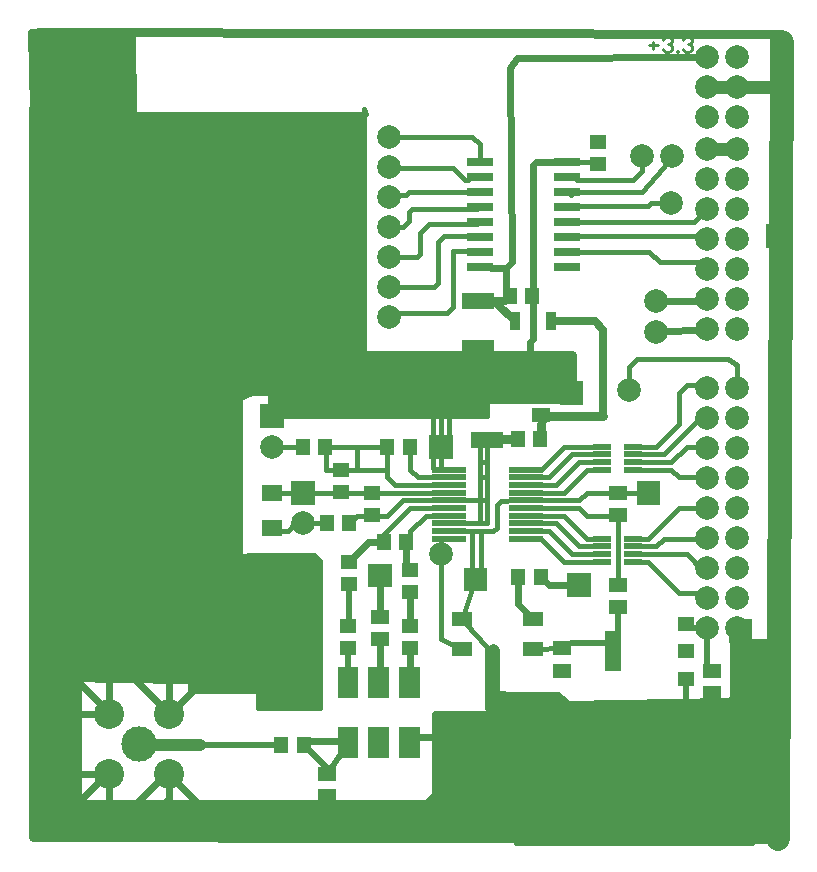
<source format=gbr>
%FSLAX34Y34*%
%MOMM*%
%LNCOPPER_TOP*%
G71*
G01*
%ADD10R, 3.00X0.50*%
%ADD11R, 1.50X0.50*%
%ADD12C, 0.40*%
%ADD13R, 1.60X1.30*%
%ADD14C, 2.00*%
%ADD15R, 1.30X1.40*%
%ADD16R, 1.40X1.30*%
%ADD17R, 1.80X1.38*%
%ADD18R, 2.79X1.38*%
%ADD19C, 0.80*%
%ADD20C, 3.00*%
%ADD21C, 2.54*%
%ADD22C, 1.00*%
%ADD23C, 0.60*%
%ADD24C, 0.22*%
%ADD25R, 1.80X1.20*%
%ADD26C, 0.10*%
%ADD27C, 0.50*%
%ADD28R, 2.20X0.70*%
%ADD29C, 1.10*%
%ADD30C, 0.15*%
%ADD31C, 0.70*%
%ADD32R, 0.87X1.60*%
%ADD33C, 2.00*%
%ADD34R, 1.38X2.79*%
%ADD35R, 1.40X1.20*%
%ADD36R, 1.40X3.50*%
%LPD*%
X354000Y624500D02*
G54D10*
D03*
X354000Y618000D02*
G54D10*
D03*
X354000Y611500D02*
G54D10*
D03*
X354000Y605000D02*
G54D10*
D03*
X354000Y598500D02*
G54D10*
D03*
X354000Y592000D02*
G54D10*
D03*
X354000Y585500D02*
G54D10*
D03*
X354000Y579000D02*
G54D10*
D03*
X354000Y572500D02*
G54D10*
D03*
X354000Y566000D02*
G54D10*
D03*
X419000Y624500D02*
G54D10*
D03*
X419000Y618000D02*
G54D10*
D03*
X419000Y611500D02*
G54D10*
D03*
X419000Y605000D02*
G54D10*
D03*
X419000Y592000D02*
G54D10*
D03*
X419000Y598500D02*
G54D10*
D03*
X419000Y585500D02*
G54D10*
D03*
X419000Y579000D02*
G54D10*
D03*
X419000Y572500D02*
G54D10*
D03*
X419000Y566000D02*
G54D10*
D03*
X484000Y644000D02*
G54D11*
D03*
X484000Y637500D02*
G54D11*
D03*
X484000Y631000D02*
G54D11*
D03*
X484000Y624500D02*
G54D11*
D03*
X510000Y624500D02*
G54D11*
D03*
X510000Y631000D02*
G54D11*
D03*
X510000Y637500D02*
G54D11*
D03*
X510000Y644000D02*
G54D11*
D03*
G54D12*
X432000Y605000D02*
X451500Y605000D01*
X471000Y624500D01*
X477500Y624500D01*
G54D12*
X432000Y611500D02*
X445000Y611500D01*
X464500Y631000D01*
X477500Y631000D01*
G54D12*
X432000Y618000D02*
X438500Y618000D01*
X458000Y637500D01*
X477500Y637500D01*
G54D12*
X425500Y624500D02*
X432000Y624500D01*
X451500Y644000D01*
X477500Y644000D01*
X484000Y546500D02*
G54D11*
D03*
X484000Y553000D02*
G54D11*
D03*
X484000Y559500D02*
G54D11*
D03*
X484000Y566000D02*
G54D11*
D03*
X510000Y566000D02*
G54D11*
D03*
X510000Y559500D02*
G54D11*
D03*
X510000Y553000D02*
G54D11*
D03*
X510000Y546500D02*
G54D11*
D03*
G54D12*
X432000Y585500D02*
X451500Y585500D01*
X471000Y566000D01*
X477500Y566000D01*
G54D12*
X432000Y579000D02*
X445000Y579000D01*
X464500Y559500D01*
X477500Y559500D01*
G54D12*
X432000Y572500D02*
X438500Y572500D01*
X458000Y553000D01*
X477500Y553000D01*
G54D12*
X425500Y566000D02*
X432000Y566000D01*
X451500Y546500D01*
X477500Y546500D01*
X497000Y605000D02*
G54D13*
D03*
X497000Y586000D02*
G54D13*
D03*
G54D12*
X432000Y598500D02*
X464500Y598500D01*
X471000Y605000D01*
X490500Y605000D01*
G54D12*
X432000Y592000D02*
X464500Y592000D01*
X471000Y585500D01*
X497000Y585500D01*
X497000Y527000D02*
G54D13*
D03*
X497000Y508000D02*
G54D13*
D03*
G54D12*
X497000Y585500D02*
X497000Y527000D01*
G54D12*
X516500Y605000D02*
X497000Y605000D01*
G36*
X513000Y615000D02*
X533000Y615000D01*
X533000Y595000D01*
X513000Y595000D01*
X513000Y615000D01*
G37*
X598350Y693950D02*
G54D14*
D03*
X572950Y693950D02*
G54D14*
D03*
X598350Y668550D02*
G54D14*
D03*
X572950Y668550D02*
G54D14*
D03*
X598350Y643150D02*
G54D14*
D03*
X572950Y643150D02*
G54D14*
D03*
X598350Y617750D02*
G54D14*
D03*
X572950Y617750D02*
G54D14*
D03*
X598350Y592350D02*
G54D14*
D03*
X572950Y592350D02*
G54D14*
D03*
X598350Y566950D02*
G54D14*
D03*
X572950Y566950D02*
G54D14*
D03*
X598350Y541450D02*
G54D14*
D03*
X572950Y541450D02*
G54D14*
D03*
X598350Y516050D02*
G54D14*
D03*
X572950Y516050D02*
G54D14*
D03*
X598350Y490650D02*
G54D14*
D03*
X572950Y490650D02*
G54D14*
D03*
G54D12*
X510000Y624500D02*
X542500Y624500D01*
X549000Y618000D01*
X575000Y618000D01*
G54D12*
X510000Y631000D02*
X542500Y631000D01*
X555500Y644000D01*
X575000Y644000D01*
G54D12*
X516500Y637500D02*
X536000Y637500D01*
X562000Y663500D01*
X568500Y670000D01*
G54D12*
X516500Y644000D02*
X529500Y644000D01*
X549000Y663500D01*
X549000Y689500D01*
X555500Y696000D01*
X575000Y696000D01*
G54D12*
X516500Y566000D02*
X523000Y566000D01*
X549000Y592000D01*
X568500Y592000D01*
G54D12*
X516500Y559500D02*
X529500Y559500D01*
X536000Y566000D01*
X568500Y566000D01*
G54D12*
X516500Y553000D02*
X555500Y553000D01*
X568500Y540000D01*
X576500Y454500D02*
G54D13*
D03*
X576500Y435500D02*
G54D13*
D03*
X450000Y454500D02*
G54D13*
D03*
X450000Y473500D02*
G54D13*
D03*
G36*
X454500Y537000D02*
X474500Y537000D01*
X474500Y517000D01*
X454500Y517000D01*
X454500Y537000D01*
G37*
G36*
X337500Y654000D02*
X357500Y654000D01*
X357500Y634000D01*
X337500Y634000D01*
X337500Y654000D01*
G37*
G54D12*
X347500Y624500D02*
X347500Y644000D01*
X302000Y644000D02*
G54D15*
D03*
X321000Y644000D02*
G54D15*
D03*
G54D12*
X321500Y637500D02*
X321500Y624500D01*
X328000Y618000D01*
X341000Y618000D01*
G54D12*
X341000Y611500D02*
X308500Y611500D01*
X302000Y618000D01*
X302000Y644000D01*
X263000Y624500D02*
G54D16*
D03*
X263000Y605500D02*
G54D16*
D03*
G54D12*
X269500Y605000D02*
X341000Y605000D01*
G54D12*
X302000Y624500D02*
X276000Y624500D01*
G36*
X220500Y615000D02*
X240500Y615000D01*
X240500Y595000D01*
X220500Y595000D01*
X220500Y615000D01*
G37*
G54D12*
X237000Y605000D02*
X269500Y605000D01*
X230500Y644000D02*
G54D15*
D03*
X249500Y644000D02*
G54D15*
D03*
G54D12*
X250000Y644000D02*
X302000Y644000D01*
G54D12*
X276000Y624500D02*
X250000Y624500D01*
X250000Y644000D01*
G54D12*
X276000Y624500D02*
X276000Y644000D01*
X321500Y540000D02*
G54D16*
D03*
X321500Y521000D02*
G54D16*
D03*
X269500Y546500D02*
G54D16*
D03*
X269500Y527500D02*
G54D16*
D03*
G54D12*
X321500Y566000D02*
X321500Y572500D01*
X334500Y585500D01*
X341000Y585500D01*
X289000Y605000D02*
G54D16*
D03*
X289000Y586000D02*
G54D16*
D03*
G54D12*
X289000Y585500D02*
X302000Y585500D01*
X315000Y598500D01*
X341000Y598500D01*
G54D12*
X360500Y579000D02*
X380000Y579000D01*
X380000Y598500D01*
X367000Y598500D01*
G54D12*
X341000Y592000D02*
X321500Y592000D01*
X302000Y572500D01*
X295500Y566000D01*
X295500Y559500D01*
X230500Y579000D02*
G54D14*
D03*
X269500Y579000D02*
G54D15*
D03*
X250500Y579000D02*
G54D15*
D03*
G54D12*
X230500Y579000D02*
X250000Y579000D01*
G54D12*
X269500Y579000D02*
X276000Y585500D01*
X289000Y585500D01*
X204500Y644000D02*
G54D14*
D03*
G36*
X194500Y680000D02*
X214500Y680000D01*
X214500Y660000D01*
X194500Y660000D01*
X194500Y680000D01*
G37*
G54D12*
X204500Y644000D02*
X224000Y644000D01*
X204500Y575000D02*
G54D17*
D03*
X204500Y605000D02*
G54D17*
D03*
G54D12*
X204500Y605000D02*
X230500Y605000D01*
G54D12*
X230500Y579000D02*
X224000Y579000D01*
X217500Y572500D01*
X204500Y572500D01*
X386500Y649600D02*
G54D18*
D03*
X386500Y689500D02*
G54D18*
D03*
G54D12*
X380000Y592000D02*
X380000Y644000D01*
G36*
X337500Y699500D02*
X357500Y699500D01*
X357500Y679500D01*
X337500Y679500D01*
X337500Y699500D01*
G37*
G54D12*
X347500Y689500D02*
X380000Y689500D01*
G54D12*
X204500Y670000D02*
X347500Y670000D01*
X347500Y689500D01*
X204500Y689500D01*
X204500Y670000D01*
G54D12*
X347500Y644000D02*
X347500Y676500D01*
G54D12*
X386500Y683000D02*
X386500Y670000D01*
X347500Y670000D01*
G54D12*
X386500Y676500D02*
X211000Y676500D01*
G54D12*
X204500Y683000D02*
X386500Y683000D01*
G54D12*
X341000Y650500D02*
X341000Y683000D01*
G54D12*
X354000Y644000D02*
X354000Y689500D01*
G54D12*
X360500Y572500D02*
X373500Y572500D01*
X373500Y541250D01*
X412500Y650500D02*
G54D15*
D03*
X431500Y650500D02*
G54D15*
D03*
G54D12*
X393000Y650500D02*
X412500Y650500D01*
G54D12*
X484500Y670000D02*
X438500Y670000D01*
X432000Y663500D01*
X432000Y650500D01*
X432000Y689500D02*
G54D13*
D03*
X432000Y670500D02*
G54D13*
D03*
G54D12*
X393000Y689500D02*
X425500Y689500D01*
X347500Y553000D02*
G54D14*
D03*
G54D12*
X347500Y553000D02*
X347500Y566000D01*
X506500Y692000D02*
G54D14*
D03*
G54D12*
X598350Y693950D02*
X598350Y712950D01*
X590500Y718000D01*
X513000Y718000D01*
X506500Y711500D01*
X506500Y692000D01*
G36*
X448000Y699500D02*
X468000Y699500D01*
X468000Y679500D01*
X448000Y679500D01*
X448000Y699500D01*
G37*
G54D12*
X458000Y689500D02*
X432000Y689500D01*
G54D12*
X458000Y696000D02*
X204500Y696000D01*
X204500Y683000D01*
G54D12*
X458000Y683000D02*
X373500Y683000D01*
G54D12*
X380000Y579000D02*
X386500Y579000D01*
X386500Y644000D01*
G54D12*
X380000Y598500D02*
X386500Y598500D01*
G54D12*
X380000Y618000D02*
X386500Y618000D01*
G54D12*
X380000Y631000D02*
X386500Y631000D01*
G36*
X591000Y498000D02*
X611000Y498000D01*
X611000Y478000D01*
X591000Y478000D01*
X591000Y498000D01*
G37*
G54D19*
X393000Y650500D02*
X406000Y650500D01*
G54D19*
X432000Y650500D02*
X432000Y663500D01*
G54D19*
X432000Y670000D02*
X484500Y670000D01*
G54D19*
X2000Y931000D02*
X2000Y313500D01*
X632500Y311500D01*
X634000Y993000D01*
X6500Y995000D01*
G54D19*
X204500Y670000D02*
X204500Y722000D01*
X458000Y722000D01*
X458000Y689500D01*
G36*
X204500Y670000D02*
X204500Y722000D01*
X451500Y722000D01*
X458000Y715500D01*
X458000Y689500D01*
X458000Y683000D01*
X386500Y683000D01*
X386500Y670000D01*
X204500Y670000D01*
G37*
G54D12*
X204500Y670000D02*
X204500Y722000D01*
X451500Y722000D01*
X458000Y715500D01*
X458000Y689500D01*
X458000Y683000D01*
X386500Y683000D01*
X386500Y670000D01*
X204500Y670000D01*
X91285Y392019D02*
G54D20*
D03*
X116685Y366619D02*
G54D21*
D03*
X116685Y417419D02*
G54D21*
D03*
X65885Y417419D02*
G54D21*
D03*
X65885Y366619D02*
G54D21*
D03*
G54D22*
X92885Y391850D02*
X143685Y391850D01*
X250900Y366900D02*
G54D13*
D03*
X250900Y347900D02*
G54D13*
D03*
X212000Y391500D02*
G54D15*
D03*
X231000Y391500D02*
G54D15*
D03*
X318000Y563000D02*
G54D15*
D03*
X299000Y563000D02*
G54D15*
D03*
G54D23*
X318000Y563000D02*
X318000Y543500D01*
X321500Y540000D01*
G54D23*
X299000Y563000D02*
X286000Y563000D01*
X269500Y546500D01*
G36*
X285500Y545000D02*
X305500Y545000D01*
X305500Y525000D01*
X285500Y525000D01*
X285500Y545000D01*
G37*
G54D23*
X295500Y449000D02*
X295500Y481000D01*
G54D24*
X523500Y983944D02*
X530967Y983944D01*
G54D24*
X527233Y987056D02*
X527233Y980833D01*
G54D24*
X535323Y988611D02*
X536256Y990167D01*
X538123Y990944D01*
X539990Y990944D01*
X541856Y990167D01*
X542790Y988611D01*
X542790Y987056D01*
X541856Y985500D01*
X539990Y984722D01*
X541856Y983944D01*
X542790Y982389D01*
X542790Y980833D01*
X541856Y979278D01*
X539990Y978500D01*
X538123Y978500D01*
X536256Y979278D01*
X535323Y980833D01*
G54D24*
X547893Y978500D02*
X547146Y978500D01*
X547146Y979122D01*
X547893Y979122D01*
X547893Y978500D01*
X547146Y978500D01*
G54D24*
X552249Y988611D02*
X553182Y990167D01*
X555049Y990944D01*
X556916Y990944D01*
X558782Y990167D01*
X559716Y988611D01*
X559716Y987056D01*
X558782Y985500D01*
X556916Y984722D01*
X558782Y983944D01*
X559716Y982389D01*
X559716Y980833D01*
X558782Y979278D01*
X556916Y978500D01*
X555049Y978500D01*
X553182Y979278D01*
X552249Y980833D01*
G54D24*
X471000Y377500D02*
X471000Y389944D01*
X475667Y382167D01*
X480333Y389944D01*
X480333Y377500D01*
G54D24*
X484689Y389944D02*
X484689Y377500D01*
X494022Y377500D01*
X494022Y389944D01*
G54D24*
X489356Y389944D02*
X489356Y377500D01*
G54D24*
X498378Y377500D02*
X500245Y377500D01*
X502111Y379056D01*
X507711Y389944D01*
G54D24*
X498378Y389944D02*
X503045Y382167D01*
G54D24*
X515800Y380611D02*
X515800Y382944D01*
X516734Y383722D01*
X518600Y384500D01*
X519534Y386056D01*
X519534Y387611D01*
X518600Y389167D01*
X516734Y389944D01*
X514867Y389944D01*
X513000Y389167D01*
X512067Y387611D01*
G54D24*
X515800Y377500D02*
X515800Y377500D01*
G54D12*
X516500Y546500D02*
X523000Y546500D01*
X549000Y520500D01*
X568500Y520500D01*
X598350Y896050D02*
G54D14*
D03*
X572950Y896050D02*
G54D14*
D03*
X598350Y870650D02*
G54D14*
D03*
X572950Y870650D02*
G54D14*
D03*
X598350Y845250D02*
G54D14*
D03*
X572950Y845250D02*
G54D14*
D03*
X598350Y819850D02*
G54D14*
D03*
X572950Y819850D02*
G54D14*
D03*
X598350Y794450D02*
G54D14*
D03*
X572950Y794450D02*
G54D14*
D03*
X598350Y768950D02*
G54D14*
D03*
X572950Y768950D02*
G54D14*
D03*
X598350Y743550D02*
G54D14*
D03*
X572950Y743550D02*
G54D14*
D03*
X529500Y741500D02*
G54D14*
D03*
G54D23*
X529500Y741500D02*
X572950Y743550D01*
X529500Y741500D01*
G54D23*
X529500Y767500D02*
X568500Y767500D01*
X572950Y763050D01*
X529500Y767500D02*
G54D14*
D03*
G54D12*
X340425Y625975D02*
X340425Y635500D01*
G54D12*
X373500Y572500D02*
X391725Y572500D01*
X394400Y575175D01*
X394400Y594225D01*
X397575Y597400D01*
G54D12*
X403500Y598000D02*
X398175Y598000D01*
X397575Y597400D01*
G54D24*
X186500Y764111D02*
X193167Y770778D01*
X193167Y753000D01*
G54D24*
X208723Y753000D02*
X198056Y753000D01*
X198056Y754111D01*
X199389Y756333D01*
X207389Y763000D01*
X208723Y765222D01*
X208723Y767444D01*
X207389Y769667D01*
X204723Y770778D01*
X202056Y770778D01*
X199389Y769667D01*
X198056Y767444D01*
G54D24*
X224279Y753000D02*
X213612Y753000D01*
X213612Y754111D01*
X214945Y756333D01*
X222945Y763000D01*
X224279Y765222D01*
X224279Y767444D01*
X222945Y769667D01*
X220279Y770778D01*
X217612Y770778D01*
X214945Y769667D01*
X213612Y767444D01*
G54D24*
X230235Y753000D02*
X229168Y753000D01*
X229168Y753889D01*
X230235Y753889D01*
X230235Y753000D01*
X229168Y753000D01*
G54D24*
X241791Y761889D02*
X239124Y761889D01*
X236457Y763000D01*
X235124Y765222D01*
X235124Y767444D01*
X236457Y769667D01*
X239124Y770778D01*
X241791Y770778D01*
X244457Y769667D01*
X245791Y767444D01*
X245791Y765222D01*
X244457Y763000D01*
X241791Y761889D01*
X244457Y760778D01*
X245791Y758556D01*
X245791Y756333D01*
X244457Y754111D01*
X241791Y753000D01*
X239124Y753000D01*
X236457Y754111D01*
X235124Y756333D01*
X235124Y758556D01*
X236457Y760778D01*
X239124Y761889D01*
G54D24*
X257347Y761889D02*
X254680Y761889D01*
X252013Y763000D01*
X250680Y765222D01*
X250680Y767444D01*
X252013Y769667D01*
X254680Y770778D01*
X257347Y770778D01*
X260013Y769667D01*
X261347Y767444D01*
X261347Y765222D01*
X260013Y763000D01*
X257347Y761889D01*
X260013Y760778D01*
X261347Y758556D01*
X261347Y756333D01*
X260013Y754111D01*
X257347Y753000D01*
X254680Y753000D01*
X252013Y754111D01*
X250680Y756333D01*
X250680Y758556D01*
X252013Y760778D01*
X254680Y761889D01*
X425520Y498002D02*
G54D25*
D03*
X425520Y472602D02*
G54D25*
D03*
X365220Y498002D02*
G54D25*
D03*
X365220Y472602D02*
G54D25*
D03*
G36*
X366500Y541400D02*
X386500Y541400D01*
X386500Y521400D01*
X366500Y521400D01*
X366500Y541400D01*
G37*
G54D12*
X347500Y553000D02*
X347500Y481500D01*
X363969Y472659D01*
G36*
X390105Y435553D02*
X414500Y434500D01*
X446500Y434500D01*
X454500Y427500D01*
X454500Y427000D01*
X589000Y429500D01*
X593500Y430000D01*
X593950Y477950D01*
X601000Y488000D01*
X602500Y330000D01*
X610500Y308500D01*
X410500Y308500D01*
X410500Y400500D01*
X404500Y406500D01*
X390500Y406500D01*
X390500Y412500D01*
X390105Y435553D01*
G37*
G54D12*
X390105Y435553D02*
X414500Y434500D01*
X446500Y434500D01*
X454500Y427500D01*
X454500Y427000D01*
X589000Y429500D01*
X593500Y430000D01*
X593950Y477950D01*
X601000Y488000D01*
X602500Y330000D01*
X610500Y308500D01*
X410500Y308500D01*
X410500Y400500D01*
X404500Y406500D01*
X390500Y406500D01*
X390500Y412500D01*
X390105Y435553D01*
G54D12*
X376500Y531400D02*
X365220Y498002D01*
X374941Y486059D01*
X386500Y474500D01*
X386500Y422500D01*
X394500Y414500D01*
G54D12*
X424268Y472659D02*
X427159Y472659D01*
X450000Y473500D01*
G36*
X260000Y432000D02*
X276500Y432000D01*
X276500Y457500D01*
X260000Y457500D01*
X260000Y432000D01*
G37*
G54D26*
X260000Y432000D02*
X276500Y432000D01*
X276500Y457500D01*
X260000Y457500D01*
X260000Y432000D01*
G36*
X286000Y432000D02*
X302500Y432000D01*
X302500Y457500D01*
X286000Y457500D01*
X286000Y432000D01*
G37*
G54D26*
X286000Y432000D02*
X302500Y432000D01*
X302500Y457500D01*
X286000Y457500D01*
X286000Y432000D01*
G36*
X312000Y432000D02*
X328500Y432000D01*
X328500Y457500D01*
X312000Y457500D01*
X312000Y432000D01*
G37*
G54D26*
X312000Y432000D02*
X328500Y432000D01*
X328500Y457500D01*
X312000Y457500D01*
X312000Y432000D01*
G36*
X260000Y381000D02*
X276500Y381000D01*
X276500Y406500D01*
X260000Y406500D01*
X260000Y381000D01*
G37*
G54D26*
X260000Y381000D02*
X276500Y381000D01*
X276500Y406500D01*
X260000Y406500D01*
X260000Y381000D01*
G36*
X286000Y381000D02*
X302500Y381000D01*
X302500Y406500D01*
X286000Y406500D01*
X286000Y381000D01*
G37*
G54D26*
X286000Y381000D02*
X302500Y381000D01*
X302500Y406500D01*
X286000Y406500D01*
X286000Y381000D01*
G36*
X312000Y381000D02*
X328500Y381000D01*
X328500Y406500D01*
X312000Y406500D01*
X312000Y381000D01*
G37*
G54D26*
X312000Y381000D02*
X328500Y381000D01*
X328500Y406500D01*
X312000Y406500D01*
X312000Y381000D01*
G54D27*
X269500Y527500D02*
X269500Y498000D01*
X270000Y497500D01*
G54D23*
X321500Y445000D02*
X321500Y476000D01*
G54D27*
X264500Y386500D02*
X252000Y368000D01*
X250900Y366900D01*
G54D27*
X143685Y391850D02*
X212000Y391500D01*
X295500Y500000D02*
G54D13*
D03*
X295500Y481000D02*
G54D13*
D03*
X321500Y492500D02*
G54D16*
D03*
X321500Y473500D02*
G54D16*
D03*
G54D23*
X321500Y490000D02*
X321500Y521000D01*
X269000Y492500D02*
G54D16*
D03*
X269000Y473500D02*
G54D16*
D03*
G54D27*
X269000Y473500D02*
X269000Y444000D01*
X269500Y443500D01*
G54D23*
X295500Y535000D02*
X295500Y500000D01*
G54D23*
X267500Y395000D02*
X234500Y395000D01*
X231000Y391500D01*
G54D23*
X65885Y417419D02*
X35081Y417419D01*
X35000Y417500D01*
X380000Y885000D02*
G54D28*
D03*
X380000Y872300D02*
G54D28*
D03*
X380000Y859600D02*
G54D28*
D03*
X380000Y846900D02*
G54D28*
D03*
X380000Y834200D02*
G54D28*
D03*
X380000Y821500D02*
G54D28*
D03*
X380000Y808800D02*
G54D28*
D03*
X380000Y796100D02*
G54D28*
D03*
X454000Y796100D02*
G54D28*
D03*
X454000Y808800D02*
G54D28*
D03*
X454000Y821500D02*
G54D28*
D03*
X454000Y834200D02*
G54D28*
D03*
X454000Y846900D02*
G54D28*
D03*
X454000Y859600D02*
G54D28*
D03*
X454000Y872300D02*
G54D28*
D03*
X454000Y885000D02*
G54D28*
D03*
G54D12*
X454000Y808800D02*
X523700Y808800D01*
X532500Y800000D01*
X567400Y800000D01*
X572950Y794450D01*
G54D12*
X462500Y822500D02*
X570300Y822500D01*
X572950Y819850D01*
G54D12*
X454000Y834200D02*
X561900Y834200D01*
X572950Y845250D01*
G54D23*
X390000Y795000D02*
X402500Y795000D01*
X407500Y800000D01*
X405500Y965000D01*
X412000Y973500D01*
X572950Y973850D01*
G54D23*
X454000Y885000D02*
X427500Y885000D01*
X425000Y882500D01*
X425000Y735000D01*
X422500Y732500D01*
X422500Y725000D01*
X425000Y722500D01*
G54D23*
X402500Y795000D02*
X402500Y780000D01*
X405500Y771500D02*
G54D15*
D03*
X424500Y771500D02*
G54D15*
D03*
X480500Y902000D02*
G54D16*
D03*
X480500Y883000D02*
G54D16*
D03*
G54D12*
X462500Y885000D02*
X478500Y885000D01*
X480500Y883000D01*
G54D12*
X517300Y889800D02*
X517300Y877300D01*
X510000Y870000D01*
X462500Y870000D01*
G54D12*
X542700Y889800D02*
X535200Y880200D01*
X517500Y860000D01*
X460000Y860000D01*
X457500Y857500D01*
X303350Y906050D02*
G54D14*
D03*
X303350Y880650D02*
G54D14*
D03*
X303350Y855250D02*
G54D14*
D03*
X303350Y829850D02*
G54D14*
D03*
X303350Y804450D02*
G54D14*
D03*
X303350Y778950D02*
G54D14*
D03*
X303350Y753550D02*
G54D14*
D03*
X542700Y889800D02*
G54D14*
D03*
X517300Y889800D02*
G54D14*
D03*
G54D26*
X462500Y847500D02*
X522500Y847500D01*
G54D12*
X372500Y810000D02*
X357500Y810000D01*
X357500Y762500D01*
X352500Y757500D01*
X307300Y757500D01*
X303350Y753550D01*
G54D12*
X303350Y778950D02*
X341450Y778950D01*
X345000Y782500D01*
X345000Y817500D01*
X350000Y822500D01*
X379000Y822500D01*
X380000Y821500D01*
G54D12*
X303350Y804450D02*
X326950Y804450D01*
X330000Y807500D01*
X330000Y825000D01*
X337500Y832500D01*
X378300Y832500D01*
X380000Y834200D01*
G54D12*
X303350Y906050D02*
X373950Y906050D01*
X380000Y900000D01*
X380000Y885000D01*
G54D12*
X370000Y870000D02*
X367500Y870000D01*
X357500Y880000D01*
X304000Y880000D01*
X303350Y880650D01*
G54D12*
X375000Y860000D02*
X320000Y860000D01*
X317500Y857500D01*
X305600Y857500D01*
X303350Y855250D01*
G54D12*
X303350Y829850D02*
X314850Y829850D01*
X320000Y835000D01*
X320000Y842500D01*
X322500Y845000D01*
X378100Y845000D01*
X380000Y846900D01*
G36*
X282500Y917500D02*
X282500Y717500D01*
X232500Y717500D01*
X204500Y689500D01*
X187000Y689500D01*
X177500Y685000D01*
X177500Y445000D01*
X30000Y447500D01*
X87500Y923000D01*
X87000Y926000D01*
X283500Y926000D01*
X282500Y930000D01*
X282500Y917500D01*
G37*
G54D12*
X282500Y917500D02*
X282500Y717500D01*
X232500Y717500D01*
X204500Y689500D01*
X187000Y689500D01*
X177500Y685000D01*
X177500Y445000D01*
X30000Y447500D01*
X87500Y923000D01*
X87000Y926000D01*
X283500Y926000D01*
X282500Y930000D01*
X282500Y917500D01*
G36*
X185000Y552500D02*
X240000Y552500D01*
X245000Y547500D01*
X245000Y422500D01*
X192500Y422500D01*
X192500Y437500D01*
X135000Y437500D01*
X135000Y540000D01*
X185000Y552500D01*
G37*
G54D12*
X185000Y552500D02*
X240000Y552500D01*
X245000Y547500D01*
X245000Y422500D01*
X192500Y422500D01*
X192500Y437500D01*
X135000Y437500D01*
X135000Y540000D01*
X185000Y552500D01*
G54D29*
X391500Y472000D02*
X391500Y409000D01*
X387500Y405000D01*
X432000Y534000D02*
G54D15*
D03*
X413000Y534000D02*
G54D15*
D03*
G54D23*
X413000Y534000D02*
X413000Y510522D01*
X425520Y498002D01*
G54D23*
X464500Y527000D02*
X439000Y527000D01*
X432000Y534000D01*
G54D23*
X65885Y417419D02*
X65885Y419115D01*
X40000Y445000D01*
G54D23*
X65885Y417419D02*
X65885Y448385D01*
X70000Y452500D01*
G54D23*
X65885Y366619D02*
X65885Y343385D01*
X65000Y342500D01*
G54D23*
X65885Y366619D02*
X64119Y366619D01*
X40000Y342500D01*
G54D23*
X65885Y366619D02*
X39119Y366619D01*
X37500Y365000D01*
G54D23*
X116685Y366619D02*
X116685Y346685D01*
X112500Y342500D01*
G54D23*
X116685Y366615D02*
X144900Y338400D01*
G54D23*
X116685Y366619D02*
X114119Y366619D01*
X90000Y342500D01*
G54D23*
X116685Y417419D02*
X117419Y417419D01*
X150000Y450000D01*
G54D23*
X116685Y417419D02*
X116685Y451685D01*
X117500Y452500D01*
G54D23*
X116685Y417419D02*
X116685Y418315D01*
X90000Y445000D01*
X378850Y767367D02*
G54D18*
D03*
X378850Y727467D02*
G54D18*
D03*
G54D30*
X387500Y770000D02*
X404000Y770000D01*
X405500Y771500D01*
G54D31*
X378850Y767367D02*
X401367Y767367D01*
X405500Y771500D01*
X410000Y750000D02*
G54D32*
D03*
X440400Y750000D02*
G54D32*
D03*
G54D31*
X410000Y750000D02*
X395000Y765000D01*
G54D31*
X484500Y670000D02*
X484500Y743000D01*
X477500Y750000D01*
X440400Y750000D01*
G36*
X92500Y919500D02*
X112500Y919500D01*
X112500Y899500D01*
X92500Y899500D01*
X92500Y919500D01*
G37*
G36*
X92500Y679500D02*
X112500Y679500D01*
X112500Y659500D01*
X92500Y659500D01*
X92500Y679500D01*
G37*
G36*
X92500Y329500D02*
X112500Y329500D01*
X112500Y309500D01*
X92500Y309500D01*
X92500Y329500D01*
G37*
G36*
X605000Y329500D02*
X625000Y329500D01*
X625000Y309500D01*
X605000Y309500D01*
X605000Y329500D01*
G37*
G36*
X604750Y477950D02*
X622050Y477950D01*
X622500Y477500D01*
X622500Y330000D01*
X602500Y330000D01*
X602500Y475700D01*
X604750Y477950D01*
G37*
G54D31*
X604750Y477950D02*
X622050Y477950D01*
X622500Y477500D01*
X622500Y330000D01*
X602500Y330000D01*
X602500Y475700D01*
X604750Y477950D01*
G54D12*
X368000Y572500D02*
X381000Y572500D01*
X381000Y541250D01*
G54D29*
X574950Y948650D02*
X623850Y948650D01*
X630500Y948000D01*
G54D29*
X598350Y896050D02*
X572950Y896050D01*
X542500Y850000D02*
G54D14*
D03*
G54D12*
X542500Y850000D02*
X525000Y850000D01*
X522500Y847500D01*
X462500Y847500D01*
G54D33*
X636500Y986500D02*
X632500Y311500D01*
G36*
X87500Y452500D02*
X47500Y452500D01*
X40000Y445000D01*
X40000Y315000D01*
X3500Y315000D01*
X2000Y313500D01*
X2000Y930500D01*
X500Y995000D01*
X86000Y995000D01*
X87000Y926000D01*
X87500Y452500D01*
G37*
G54D23*
X87500Y452500D02*
X47500Y452500D01*
X40000Y445000D01*
X40000Y315000D01*
X3500Y315000D01*
X2000Y313500D01*
X2000Y930500D01*
X500Y995000D01*
X86000Y995000D01*
X87000Y926000D01*
X87500Y452500D01*
G36*
X40000Y342500D02*
X335000Y342500D01*
X342500Y350000D01*
X342500Y417500D01*
X415000Y417500D01*
X415000Y317500D01*
X417500Y315000D01*
X40000Y315000D01*
X40000Y342500D01*
G37*
G54D23*
X40000Y342500D02*
X335000Y342500D01*
X342500Y350000D01*
X342500Y417500D01*
X415000Y417500D01*
X415000Y317500D01*
X417500Y315000D01*
X40000Y315000D01*
X40000Y342500D01*
X632500Y837500D02*
G54D34*
D03*
G36*
X622500Y832500D02*
X642500Y832500D01*
X642500Y812500D01*
X622500Y812500D01*
X622500Y832500D01*
G37*
G54D23*
X250900Y366900D02*
X250900Y371600D01*
X231000Y391500D01*
X555233Y447657D02*
G54D35*
D03*
X555233Y470657D02*
G54D35*
D03*
X555233Y493657D02*
G54D35*
D03*
X493233Y470657D02*
G54D36*
D03*
G54D27*
X457500Y477500D02*
X487500Y477500D01*
G54D27*
X497000Y508000D02*
X497000Y484500D01*
X492500Y480000D01*
G54D27*
X555233Y447657D02*
X555233Y427267D01*
X557500Y425000D01*
G54D27*
X572950Y490650D02*
X572950Y458050D01*
X576500Y454500D01*
G54D27*
X572950Y490650D02*
X558240Y490650D01*
X555233Y493657D01*
X598350Y973850D02*
G54D14*
D03*
X572950Y973850D02*
G54D14*
D03*
X598350Y948450D02*
G54D14*
D03*
X572950Y948450D02*
G54D14*
D03*
X598350Y922950D02*
G54D14*
D03*
X572950Y922950D02*
G54D14*
D03*
G54D23*
X324000Y398000D02*
X342000Y398000D01*
X344000Y396000D01*
M02*

</source>
